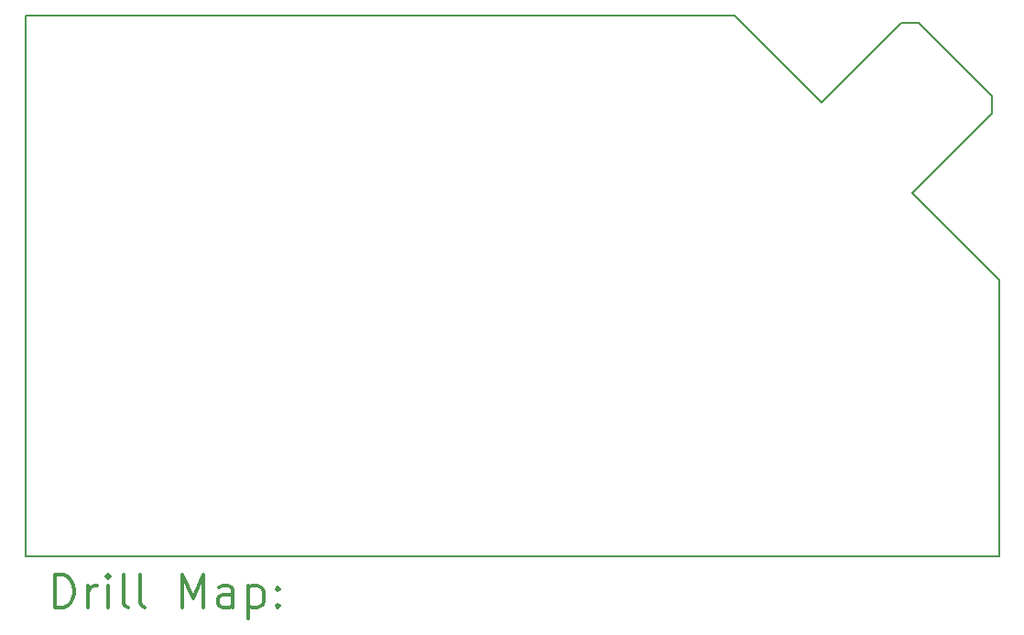
<source format=gbr>
%FSLAX45Y45*%
G04 Gerber Fmt 4.5, Leading zero omitted, Abs format (unit mm)*
G04 Created by KiCad (PCBNEW (5.0.1)-3) date 12/25/18 10:08:46*
%MOMM*%
%LPD*%
G01*
G04 APERTURE LIST*
%ADD10C,0.150000*%
%ADD11C,0.200000*%
%ADD12C,0.300000*%
G04 APERTURE END LIST*
D10*
X9860000Y-3800000D02*
X10600000Y-3060000D01*
X11440000Y-3740000D02*
X10760000Y-3060000D01*
X10600000Y-3060000D02*
X10760000Y-3060000D01*
X11440000Y-3900000D02*
X11440000Y-3740000D01*
X9860000Y-3800000D02*
X9060000Y-3000000D01*
X10700000Y-4640000D02*
X11440000Y-3900000D01*
X11500000Y-5440000D02*
X10700000Y-4640000D01*
X2500000Y-8000000D02*
X2500000Y-3000000D01*
X11500000Y-8000000D02*
X2500000Y-8000000D01*
X11500000Y-5440000D02*
X11500000Y-8000000D01*
X2500000Y-3000000D02*
X9060000Y-3000000D01*
D11*
D12*
X2778928Y-8473214D02*
X2778928Y-8173214D01*
X2850357Y-8173214D01*
X2893214Y-8187500D01*
X2921786Y-8216071D01*
X2936071Y-8244643D01*
X2950357Y-8301786D01*
X2950357Y-8344643D01*
X2936071Y-8401786D01*
X2921786Y-8430357D01*
X2893214Y-8458929D01*
X2850357Y-8473214D01*
X2778928Y-8473214D01*
X3078928Y-8473214D02*
X3078928Y-8273214D01*
X3078928Y-8330357D02*
X3093214Y-8301786D01*
X3107500Y-8287500D01*
X3136071Y-8273214D01*
X3164643Y-8273214D01*
X3264643Y-8473214D02*
X3264643Y-8273214D01*
X3264643Y-8173214D02*
X3250357Y-8187500D01*
X3264643Y-8201786D01*
X3278928Y-8187500D01*
X3264643Y-8173214D01*
X3264643Y-8201786D01*
X3450357Y-8473214D02*
X3421786Y-8458929D01*
X3407500Y-8430357D01*
X3407500Y-8173214D01*
X3607500Y-8473214D02*
X3578928Y-8458929D01*
X3564643Y-8430357D01*
X3564643Y-8173214D01*
X3950357Y-8473214D02*
X3950357Y-8173214D01*
X4050357Y-8387500D01*
X4150357Y-8173214D01*
X4150357Y-8473214D01*
X4421786Y-8473214D02*
X4421786Y-8316071D01*
X4407500Y-8287500D01*
X4378928Y-8273214D01*
X4321786Y-8273214D01*
X4293214Y-8287500D01*
X4421786Y-8458929D02*
X4393214Y-8473214D01*
X4321786Y-8473214D01*
X4293214Y-8458929D01*
X4278928Y-8430357D01*
X4278928Y-8401786D01*
X4293214Y-8373214D01*
X4321786Y-8358929D01*
X4393214Y-8358929D01*
X4421786Y-8344643D01*
X4564643Y-8273214D02*
X4564643Y-8573214D01*
X4564643Y-8287500D02*
X4593214Y-8273214D01*
X4650357Y-8273214D01*
X4678928Y-8287500D01*
X4693214Y-8301786D01*
X4707500Y-8330357D01*
X4707500Y-8416072D01*
X4693214Y-8444643D01*
X4678928Y-8458929D01*
X4650357Y-8473214D01*
X4593214Y-8473214D01*
X4564643Y-8458929D01*
X4836071Y-8444643D02*
X4850357Y-8458929D01*
X4836071Y-8473214D01*
X4821786Y-8458929D01*
X4836071Y-8444643D01*
X4836071Y-8473214D01*
X4836071Y-8287500D02*
X4850357Y-8301786D01*
X4836071Y-8316071D01*
X4821786Y-8301786D01*
X4836071Y-8287500D01*
X4836071Y-8316071D01*
M02*

</source>
